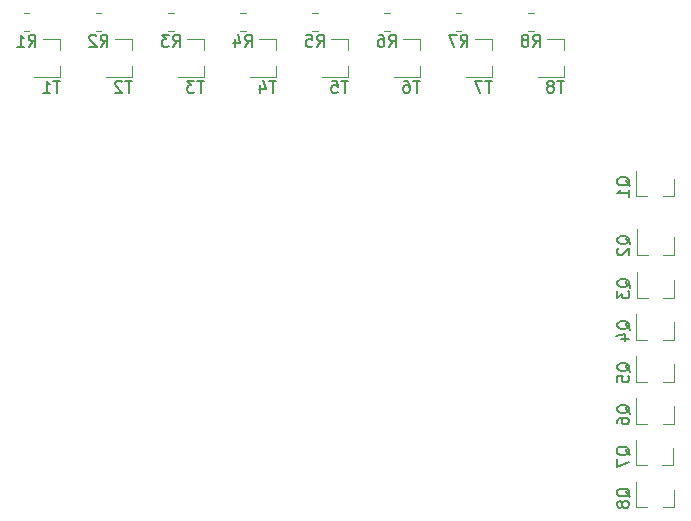
<source format=gbr>
%TF.GenerationSoftware,KiCad,Pcbnew,(5.1.8)-1*%
%TF.CreationDate,2021-12-10T09:09:34+01:00*%
%TF.ProjectId,FirePlaceLedmatrix,46697265-506c-4616-9365-4c65646d6174,rev?*%
%TF.SameCoordinates,Original*%
%TF.FileFunction,Legend,Bot*%
%TF.FilePolarity,Positive*%
%FSLAX46Y46*%
G04 Gerber Fmt 4.6, Leading zero omitted, Abs format (unit mm)*
G04 Created by KiCad (PCBNEW (5.1.8)-1) date 2021-12-10 09:09:34*
%MOMM*%
%LPD*%
G01*
G04 APERTURE LIST*
%ADD10C,0.120000*%
%ADD11C,0.150000*%
G04 APERTURE END LIST*
D10*
%TO.C,Q8*%
X88437600Y-88329800D02*
X88437600Y-86169800D01*
X88437600Y-88329800D02*
X89367600Y-88329800D01*
X91597600Y-88329800D02*
X91597600Y-86869800D01*
X91597600Y-88329800D02*
X90667600Y-88329800D01*
%TO.C,Q7*%
X88412200Y-84799200D02*
X88412200Y-82639200D01*
X88412200Y-84799200D02*
X89342200Y-84799200D01*
X91572200Y-84799200D02*
X91572200Y-83339200D01*
X91572200Y-84799200D02*
X90642200Y-84799200D01*
%TO.C,Q6*%
X88437600Y-81268600D02*
X88437600Y-79108600D01*
X88437600Y-81268600D02*
X89367600Y-81268600D01*
X91597600Y-81268600D02*
X91597600Y-79808600D01*
X91597600Y-81268600D02*
X90667600Y-81268600D01*
%TO.C,Q5*%
X88437600Y-77712600D02*
X88437600Y-75552600D01*
X88437600Y-77712600D02*
X89367600Y-77712600D01*
X91597600Y-77712600D02*
X91597600Y-76252600D01*
X91597600Y-77712600D02*
X90667600Y-77712600D01*
%TO.C,Q4*%
X88437600Y-74156600D02*
X88437600Y-71996600D01*
X88437600Y-74156600D02*
X89367600Y-74156600D01*
X91597600Y-74156600D02*
X91597600Y-72696600D01*
X91597600Y-74156600D02*
X90667600Y-74156600D01*
%TO.C,Q3*%
X88463000Y-70600600D02*
X88463000Y-68440600D01*
X88463000Y-70600600D02*
X89393000Y-70600600D01*
X91623000Y-70600600D02*
X91623000Y-69140600D01*
X91623000Y-70600600D02*
X90693000Y-70600600D01*
%TO.C,Q2*%
X88463000Y-66943000D02*
X88463000Y-64783000D01*
X88463000Y-66943000D02*
X89393000Y-66943000D01*
X91623000Y-66943000D02*
X91623000Y-65483000D01*
X91623000Y-66943000D02*
X90693000Y-66943000D01*
%TO.C,Q1*%
X88437600Y-61990000D02*
X88437600Y-59830000D01*
X88437600Y-61990000D02*
X89367600Y-61990000D01*
X91597600Y-61990000D02*
X91597600Y-60530000D01*
X91597600Y-61990000D02*
X90667600Y-61990000D01*
%TO.C,T8*%
X82310000Y-48712000D02*
X80850000Y-48712000D01*
X82310000Y-51872000D02*
X80150000Y-51872000D01*
X82310000Y-51872000D02*
X82310000Y-50942000D01*
X82310000Y-48712000D02*
X82310000Y-49642000D01*
%TO.C,T7*%
X76214000Y-48712000D02*
X74754000Y-48712000D01*
X76214000Y-51872000D02*
X74054000Y-51872000D01*
X76214000Y-51872000D02*
X76214000Y-50942000D01*
X76214000Y-48712000D02*
X76214000Y-49642000D01*
%TO.C,T6*%
X70118000Y-48712000D02*
X68658000Y-48712000D01*
X70118000Y-51872000D02*
X67958000Y-51872000D01*
X70118000Y-51872000D02*
X70118000Y-50942000D01*
X70118000Y-48712000D02*
X70118000Y-49642000D01*
%TO.C,T5*%
X64022000Y-48712000D02*
X62562000Y-48712000D01*
X64022000Y-51872000D02*
X61862000Y-51872000D01*
X64022000Y-51872000D02*
X64022000Y-50942000D01*
X64022000Y-48712000D02*
X64022000Y-49642000D01*
%TO.C,T4*%
X57926000Y-48712000D02*
X56466000Y-48712000D01*
X57926000Y-51872000D02*
X55766000Y-51872000D01*
X57926000Y-51872000D02*
X57926000Y-50942000D01*
X57926000Y-48712000D02*
X57926000Y-49642000D01*
%TO.C,T3*%
X51830000Y-48712000D02*
X50370000Y-48712000D01*
X51830000Y-51872000D02*
X49670000Y-51872000D01*
X51830000Y-51872000D02*
X51830000Y-50942000D01*
X51830000Y-48712000D02*
X51830000Y-49642000D01*
%TO.C,T2*%
X45734000Y-48712000D02*
X44274000Y-48712000D01*
X45734000Y-51872000D02*
X43574000Y-51872000D01*
X45734000Y-51872000D02*
X45734000Y-50942000D01*
X45734000Y-48712000D02*
X45734000Y-49642000D01*
%TO.C,T1*%
X39638000Y-48712000D02*
X38178000Y-48712000D01*
X39638000Y-51872000D02*
X37478000Y-51872000D01*
X39638000Y-51872000D02*
X39638000Y-50942000D01*
X39638000Y-48712000D02*
X39638000Y-49642000D01*
%TO.C,R8*%
X79290936Y-46509000D02*
X79745064Y-46509000D01*
X79290936Y-47979000D02*
X79745064Y-47979000D01*
%TO.C,R7*%
X73162936Y-46509000D02*
X73617064Y-46509000D01*
X73162936Y-47979000D02*
X73617064Y-47979000D01*
%TO.C,R6*%
X67098936Y-46509000D02*
X67553064Y-46509000D01*
X67098936Y-47979000D02*
X67553064Y-47979000D01*
%TO.C,R5*%
X61002936Y-46509000D02*
X61457064Y-46509000D01*
X61002936Y-47979000D02*
X61457064Y-47979000D01*
%TO.C,R4*%
X54906936Y-46509000D02*
X55361064Y-46509000D01*
X54906936Y-47979000D02*
X55361064Y-47979000D01*
%TO.C,R3*%
X48810936Y-46509000D02*
X49265064Y-46509000D01*
X48810936Y-47979000D02*
X49265064Y-47979000D01*
%TO.C,R2*%
X42682936Y-46509000D02*
X43137064Y-46509000D01*
X42682936Y-47979000D02*
X43137064Y-47979000D01*
%TO.C,R1*%
X36586936Y-46509000D02*
X37041064Y-46509000D01*
X36586936Y-47979000D02*
X37041064Y-47979000D01*
%TO.C,Q8*%
D11*
X87898219Y-87474561D02*
X87850600Y-87379323D01*
X87755361Y-87284085D01*
X87612504Y-87141228D01*
X87564885Y-87045990D01*
X87564885Y-86950752D01*
X87802980Y-86998371D02*
X87755361Y-86903133D01*
X87660123Y-86807895D01*
X87469647Y-86760276D01*
X87136314Y-86760276D01*
X86945838Y-86807895D01*
X86850600Y-86903133D01*
X86802980Y-86998371D01*
X86802980Y-87188847D01*
X86850600Y-87284085D01*
X86945838Y-87379323D01*
X87136314Y-87426942D01*
X87469647Y-87426942D01*
X87660123Y-87379323D01*
X87755361Y-87284085D01*
X87802980Y-87188847D01*
X87802980Y-86998371D01*
X87231552Y-87998371D02*
X87183933Y-87903133D01*
X87136314Y-87855514D01*
X87041076Y-87807895D01*
X86993457Y-87807895D01*
X86898219Y-87855514D01*
X86850600Y-87903133D01*
X86802980Y-87998371D01*
X86802980Y-88188847D01*
X86850600Y-88284085D01*
X86898219Y-88331704D01*
X86993457Y-88379323D01*
X87041076Y-88379323D01*
X87136314Y-88331704D01*
X87183933Y-88284085D01*
X87231552Y-88188847D01*
X87231552Y-87998371D01*
X87279171Y-87903133D01*
X87326790Y-87855514D01*
X87422028Y-87807895D01*
X87612504Y-87807895D01*
X87707742Y-87855514D01*
X87755361Y-87903133D01*
X87802980Y-87998371D01*
X87802980Y-88188847D01*
X87755361Y-88284085D01*
X87707742Y-88331704D01*
X87612504Y-88379323D01*
X87422028Y-88379323D01*
X87326790Y-88331704D01*
X87279171Y-88284085D01*
X87231552Y-88188847D01*
%TO.C,Q7*%
X87872819Y-83943961D02*
X87825200Y-83848723D01*
X87729961Y-83753485D01*
X87587104Y-83610628D01*
X87539485Y-83515390D01*
X87539485Y-83420152D01*
X87777580Y-83467771D02*
X87729961Y-83372533D01*
X87634723Y-83277295D01*
X87444247Y-83229676D01*
X87110914Y-83229676D01*
X86920438Y-83277295D01*
X86825200Y-83372533D01*
X86777580Y-83467771D01*
X86777580Y-83658247D01*
X86825200Y-83753485D01*
X86920438Y-83848723D01*
X87110914Y-83896342D01*
X87444247Y-83896342D01*
X87634723Y-83848723D01*
X87729961Y-83753485D01*
X87777580Y-83658247D01*
X87777580Y-83467771D01*
X86777580Y-84229676D02*
X86777580Y-84896342D01*
X87777580Y-84467771D01*
%TO.C,Q6*%
X87898219Y-80413361D02*
X87850600Y-80318123D01*
X87755361Y-80222885D01*
X87612504Y-80080028D01*
X87564885Y-79984790D01*
X87564885Y-79889552D01*
X87802980Y-79937171D02*
X87755361Y-79841933D01*
X87660123Y-79746695D01*
X87469647Y-79699076D01*
X87136314Y-79699076D01*
X86945838Y-79746695D01*
X86850600Y-79841933D01*
X86802980Y-79937171D01*
X86802980Y-80127647D01*
X86850600Y-80222885D01*
X86945838Y-80318123D01*
X87136314Y-80365742D01*
X87469647Y-80365742D01*
X87660123Y-80318123D01*
X87755361Y-80222885D01*
X87802980Y-80127647D01*
X87802980Y-79937171D01*
X86802980Y-81222885D02*
X86802980Y-81032409D01*
X86850600Y-80937171D01*
X86898219Y-80889552D01*
X87041076Y-80794314D01*
X87231552Y-80746695D01*
X87612504Y-80746695D01*
X87707742Y-80794314D01*
X87755361Y-80841933D01*
X87802980Y-80937171D01*
X87802980Y-81127647D01*
X87755361Y-81222885D01*
X87707742Y-81270504D01*
X87612504Y-81318123D01*
X87374409Y-81318123D01*
X87279171Y-81270504D01*
X87231552Y-81222885D01*
X87183933Y-81127647D01*
X87183933Y-80937171D01*
X87231552Y-80841933D01*
X87279171Y-80794314D01*
X87374409Y-80746695D01*
%TO.C,Q5*%
X87898219Y-76857361D02*
X87850600Y-76762123D01*
X87755361Y-76666885D01*
X87612504Y-76524028D01*
X87564885Y-76428790D01*
X87564885Y-76333552D01*
X87802980Y-76381171D02*
X87755361Y-76285933D01*
X87660123Y-76190695D01*
X87469647Y-76143076D01*
X87136314Y-76143076D01*
X86945838Y-76190695D01*
X86850600Y-76285933D01*
X86802980Y-76381171D01*
X86802980Y-76571647D01*
X86850600Y-76666885D01*
X86945838Y-76762123D01*
X87136314Y-76809742D01*
X87469647Y-76809742D01*
X87660123Y-76762123D01*
X87755361Y-76666885D01*
X87802980Y-76571647D01*
X87802980Y-76381171D01*
X86802980Y-77714504D02*
X86802980Y-77238314D01*
X87279171Y-77190695D01*
X87231552Y-77238314D01*
X87183933Y-77333552D01*
X87183933Y-77571647D01*
X87231552Y-77666885D01*
X87279171Y-77714504D01*
X87374409Y-77762123D01*
X87612504Y-77762123D01*
X87707742Y-77714504D01*
X87755361Y-77666885D01*
X87802980Y-77571647D01*
X87802980Y-77333552D01*
X87755361Y-77238314D01*
X87707742Y-77190695D01*
%TO.C,Q4*%
X87898219Y-73301361D02*
X87850600Y-73206123D01*
X87755361Y-73110885D01*
X87612504Y-72968028D01*
X87564885Y-72872790D01*
X87564885Y-72777552D01*
X87802980Y-72825171D02*
X87755361Y-72729933D01*
X87660123Y-72634695D01*
X87469647Y-72587076D01*
X87136314Y-72587076D01*
X86945838Y-72634695D01*
X86850600Y-72729933D01*
X86802980Y-72825171D01*
X86802980Y-73015647D01*
X86850600Y-73110885D01*
X86945838Y-73206123D01*
X87136314Y-73253742D01*
X87469647Y-73253742D01*
X87660123Y-73206123D01*
X87755361Y-73110885D01*
X87802980Y-73015647D01*
X87802980Y-72825171D01*
X87136314Y-74110885D02*
X87802980Y-74110885D01*
X86755361Y-73872790D02*
X87469647Y-73634695D01*
X87469647Y-74253742D01*
%TO.C,Q3*%
X87923619Y-69745361D02*
X87876000Y-69650123D01*
X87780761Y-69554885D01*
X87637904Y-69412028D01*
X87590285Y-69316790D01*
X87590285Y-69221552D01*
X87828380Y-69269171D02*
X87780761Y-69173933D01*
X87685523Y-69078695D01*
X87495047Y-69031076D01*
X87161714Y-69031076D01*
X86971238Y-69078695D01*
X86876000Y-69173933D01*
X86828380Y-69269171D01*
X86828380Y-69459647D01*
X86876000Y-69554885D01*
X86971238Y-69650123D01*
X87161714Y-69697742D01*
X87495047Y-69697742D01*
X87685523Y-69650123D01*
X87780761Y-69554885D01*
X87828380Y-69459647D01*
X87828380Y-69269171D01*
X86828380Y-70031076D02*
X86828380Y-70650123D01*
X87209333Y-70316790D01*
X87209333Y-70459647D01*
X87256952Y-70554885D01*
X87304571Y-70602504D01*
X87399809Y-70650123D01*
X87637904Y-70650123D01*
X87733142Y-70602504D01*
X87780761Y-70554885D01*
X87828380Y-70459647D01*
X87828380Y-70173933D01*
X87780761Y-70078695D01*
X87733142Y-70031076D01*
%TO.C,Q2*%
X87923619Y-66087761D02*
X87876000Y-65992523D01*
X87780761Y-65897285D01*
X87637904Y-65754428D01*
X87590285Y-65659190D01*
X87590285Y-65563952D01*
X87828380Y-65611571D02*
X87780761Y-65516333D01*
X87685523Y-65421095D01*
X87495047Y-65373476D01*
X87161714Y-65373476D01*
X86971238Y-65421095D01*
X86876000Y-65516333D01*
X86828380Y-65611571D01*
X86828380Y-65802047D01*
X86876000Y-65897285D01*
X86971238Y-65992523D01*
X87161714Y-66040142D01*
X87495047Y-66040142D01*
X87685523Y-65992523D01*
X87780761Y-65897285D01*
X87828380Y-65802047D01*
X87828380Y-65611571D01*
X86923619Y-66421095D02*
X86876000Y-66468714D01*
X86828380Y-66563952D01*
X86828380Y-66802047D01*
X86876000Y-66897285D01*
X86923619Y-66944904D01*
X87018857Y-66992523D01*
X87114095Y-66992523D01*
X87256952Y-66944904D01*
X87828380Y-66373476D01*
X87828380Y-66992523D01*
%TO.C,Q1*%
X87898219Y-61134761D02*
X87850600Y-61039523D01*
X87755361Y-60944285D01*
X87612504Y-60801428D01*
X87564885Y-60706190D01*
X87564885Y-60610952D01*
X87802980Y-60658571D02*
X87755361Y-60563333D01*
X87660123Y-60468095D01*
X87469647Y-60420476D01*
X87136314Y-60420476D01*
X86945838Y-60468095D01*
X86850600Y-60563333D01*
X86802980Y-60658571D01*
X86802980Y-60849047D01*
X86850600Y-60944285D01*
X86945838Y-61039523D01*
X87136314Y-61087142D01*
X87469647Y-61087142D01*
X87660123Y-61039523D01*
X87755361Y-60944285D01*
X87802980Y-60849047D01*
X87802980Y-60658571D01*
X87802980Y-62039523D02*
X87802980Y-61468095D01*
X87802980Y-61753809D02*
X86802980Y-61753809D01*
X86945838Y-61658571D01*
X87041076Y-61563333D01*
X87088695Y-61468095D01*
%TO.C,T8*%
X82311904Y-52244380D02*
X81740476Y-52244380D01*
X82026190Y-53244380D02*
X82026190Y-52244380D01*
X81264285Y-52672952D02*
X81359523Y-52625333D01*
X81407142Y-52577714D01*
X81454761Y-52482476D01*
X81454761Y-52434857D01*
X81407142Y-52339619D01*
X81359523Y-52292000D01*
X81264285Y-52244380D01*
X81073809Y-52244380D01*
X80978571Y-52292000D01*
X80930952Y-52339619D01*
X80883333Y-52434857D01*
X80883333Y-52482476D01*
X80930952Y-52577714D01*
X80978571Y-52625333D01*
X81073809Y-52672952D01*
X81264285Y-52672952D01*
X81359523Y-52720571D01*
X81407142Y-52768190D01*
X81454761Y-52863428D01*
X81454761Y-53053904D01*
X81407142Y-53149142D01*
X81359523Y-53196761D01*
X81264285Y-53244380D01*
X81073809Y-53244380D01*
X80978571Y-53196761D01*
X80930952Y-53149142D01*
X80883333Y-53053904D01*
X80883333Y-52863428D01*
X80930952Y-52768190D01*
X80978571Y-52720571D01*
X81073809Y-52672952D01*
%TO.C,T7*%
X76215904Y-52244380D02*
X75644476Y-52244380D01*
X75930190Y-53244380D02*
X75930190Y-52244380D01*
X75406380Y-52244380D02*
X74739714Y-52244380D01*
X75168285Y-53244380D01*
%TO.C,T6*%
X70119904Y-52244380D02*
X69548476Y-52244380D01*
X69834190Y-53244380D02*
X69834190Y-52244380D01*
X68786571Y-52244380D02*
X68977047Y-52244380D01*
X69072285Y-52292000D01*
X69119904Y-52339619D01*
X69215142Y-52482476D01*
X69262761Y-52672952D01*
X69262761Y-53053904D01*
X69215142Y-53149142D01*
X69167523Y-53196761D01*
X69072285Y-53244380D01*
X68881809Y-53244380D01*
X68786571Y-53196761D01*
X68738952Y-53149142D01*
X68691333Y-53053904D01*
X68691333Y-52815809D01*
X68738952Y-52720571D01*
X68786571Y-52672952D01*
X68881809Y-52625333D01*
X69072285Y-52625333D01*
X69167523Y-52672952D01*
X69215142Y-52720571D01*
X69262761Y-52815809D01*
%TO.C,T5*%
X64023904Y-52244380D02*
X63452476Y-52244380D01*
X63738190Y-53244380D02*
X63738190Y-52244380D01*
X62642952Y-52244380D02*
X63119142Y-52244380D01*
X63166761Y-52720571D01*
X63119142Y-52672952D01*
X63023904Y-52625333D01*
X62785809Y-52625333D01*
X62690571Y-52672952D01*
X62642952Y-52720571D01*
X62595333Y-52815809D01*
X62595333Y-53053904D01*
X62642952Y-53149142D01*
X62690571Y-53196761D01*
X62785809Y-53244380D01*
X63023904Y-53244380D01*
X63119142Y-53196761D01*
X63166761Y-53149142D01*
%TO.C,T4*%
X57927904Y-52244380D02*
X57356476Y-52244380D01*
X57642190Y-53244380D02*
X57642190Y-52244380D01*
X56594571Y-52577714D02*
X56594571Y-53244380D01*
X56832666Y-52196761D02*
X57070761Y-52911047D01*
X56451714Y-52911047D01*
%TO.C,T3*%
X51831904Y-52244380D02*
X51260476Y-52244380D01*
X51546190Y-53244380D02*
X51546190Y-52244380D01*
X51022380Y-52244380D02*
X50403333Y-52244380D01*
X50736666Y-52625333D01*
X50593809Y-52625333D01*
X50498571Y-52672952D01*
X50450952Y-52720571D01*
X50403333Y-52815809D01*
X50403333Y-53053904D01*
X50450952Y-53149142D01*
X50498571Y-53196761D01*
X50593809Y-53244380D01*
X50879523Y-53244380D01*
X50974761Y-53196761D01*
X51022380Y-53149142D01*
%TO.C,T2*%
X45735904Y-52244380D02*
X45164476Y-52244380D01*
X45450190Y-53244380D02*
X45450190Y-52244380D01*
X44878761Y-52339619D02*
X44831142Y-52292000D01*
X44735904Y-52244380D01*
X44497809Y-52244380D01*
X44402571Y-52292000D01*
X44354952Y-52339619D01*
X44307333Y-52434857D01*
X44307333Y-52530095D01*
X44354952Y-52672952D01*
X44926380Y-53244380D01*
X44307333Y-53244380D01*
%TO.C,T1*%
X39639904Y-52244380D02*
X39068476Y-52244380D01*
X39354190Y-53244380D02*
X39354190Y-52244380D01*
X38211333Y-53244380D02*
X38782761Y-53244380D01*
X38497047Y-53244380D02*
X38497047Y-52244380D01*
X38592285Y-52387238D01*
X38687523Y-52482476D01*
X38782761Y-52530095D01*
%TO.C,R8*%
X79684666Y-49346380D02*
X80018000Y-48870190D01*
X80256095Y-49346380D02*
X80256095Y-48346380D01*
X79875142Y-48346380D01*
X79779904Y-48394000D01*
X79732285Y-48441619D01*
X79684666Y-48536857D01*
X79684666Y-48679714D01*
X79732285Y-48774952D01*
X79779904Y-48822571D01*
X79875142Y-48870190D01*
X80256095Y-48870190D01*
X79113238Y-48774952D02*
X79208476Y-48727333D01*
X79256095Y-48679714D01*
X79303714Y-48584476D01*
X79303714Y-48536857D01*
X79256095Y-48441619D01*
X79208476Y-48394000D01*
X79113238Y-48346380D01*
X78922761Y-48346380D01*
X78827523Y-48394000D01*
X78779904Y-48441619D01*
X78732285Y-48536857D01*
X78732285Y-48584476D01*
X78779904Y-48679714D01*
X78827523Y-48727333D01*
X78922761Y-48774952D01*
X79113238Y-48774952D01*
X79208476Y-48822571D01*
X79256095Y-48870190D01*
X79303714Y-48965428D01*
X79303714Y-49155904D01*
X79256095Y-49251142D01*
X79208476Y-49298761D01*
X79113238Y-49346380D01*
X78922761Y-49346380D01*
X78827523Y-49298761D01*
X78779904Y-49251142D01*
X78732285Y-49155904D01*
X78732285Y-48965428D01*
X78779904Y-48870190D01*
X78827523Y-48822571D01*
X78922761Y-48774952D01*
%TO.C,R7*%
X73556666Y-49346380D02*
X73890000Y-48870190D01*
X74128095Y-49346380D02*
X74128095Y-48346380D01*
X73747142Y-48346380D01*
X73651904Y-48394000D01*
X73604285Y-48441619D01*
X73556666Y-48536857D01*
X73556666Y-48679714D01*
X73604285Y-48774952D01*
X73651904Y-48822571D01*
X73747142Y-48870190D01*
X74128095Y-48870190D01*
X73223333Y-48346380D02*
X72556666Y-48346380D01*
X72985238Y-49346380D01*
%TO.C,R6*%
X67492666Y-49346380D02*
X67826000Y-48870190D01*
X68064095Y-49346380D02*
X68064095Y-48346380D01*
X67683142Y-48346380D01*
X67587904Y-48394000D01*
X67540285Y-48441619D01*
X67492666Y-48536857D01*
X67492666Y-48679714D01*
X67540285Y-48774952D01*
X67587904Y-48822571D01*
X67683142Y-48870190D01*
X68064095Y-48870190D01*
X66635523Y-48346380D02*
X66826000Y-48346380D01*
X66921238Y-48394000D01*
X66968857Y-48441619D01*
X67064095Y-48584476D01*
X67111714Y-48774952D01*
X67111714Y-49155904D01*
X67064095Y-49251142D01*
X67016476Y-49298761D01*
X66921238Y-49346380D01*
X66730761Y-49346380D01*
X66635523Y-49298761D01*
X66587904Y-49251142D01*
X66540285Y-49155904D01*
X66540285Y-48917809D01*
X66587904Y-48822571D01*
X66635523Y-48774952D01*
X66730761Y-48727333D01*
X66921238Y-48727333D01*
X67016476Y-48774952D01*
X67064095Y-48822571D01*
X67111714Y-48917809D01*
%TO.C,R5*%
X61396666Y-49346380D02*
X61730000Y-48870190D01*
X61968095Y-49346380D02*
X61968095Y-48346380D01*
X61587142Y-48346380D01*
X61491904Y-48394000D01*
X61444285Y-48441619D01*
X61396666Y-48536857D01*
X61396666Y-48679714D01*
X61444285Y-48774952D01*
X61491904Y-48822571D01*
X61587142Y-48870190D01*
X61968095Y-48870190D01*
X60491904Y-48346380D02*
X60968095Y-48346380D01*
X61015714Y-48822571D01*
X60968095Y-48774952D01*
X60872857Y-48727333D01*
X60634761Y-48727333D01*
X60539523Y-48774952D01*
X60491904Y-48822571D01*
X60444285Y-48917809D01*
X60444285Y-49155904D01*
X60491904Y-49251142D01*
X60539523Y-49298761D01*
X60634761Y-49346380D01*
X60872857Y-49346380D01*
X60968095Y-49298761D01*
X61015714Y-49251142D01*
%TO.C,R4*%
X55300666Y-49346380D02*
X55634000Y-48870190D01*
X55872095Y-49346380D02*
X55872095Y-48346380D01*
X55491142Y-48346380D01*
X55395904Y-48394000D01*
X55348285Y-48441619D01*
X55300666Y-48536857D01*
X55300666Y-48679714D01*
X55348285Y-48774952D01*
X55395904Y-48822571D01*
X55491142Y-48870190D01*
X55872095Y-48870190D01*
X54443523Y-48679714D02*
X54443523Y-49346380D01*
X54681619Y-48298761D02*
X54919714Y-49013047D01*
X54300666Y-49013047D01*
%TO.C,R3*%
X49204666Y-49346380D02*
X49538000Y-48870190D01*
X49776095Y-49346380D02*
X49776095Y-48346380D01*
X49395142Y-48346380D01*
X49299904Y-48394000D01*
X49252285Y-48441619D01*
X49204666Y-48536857D01*
X49204666Y-48679714D01*
X49252285Y-48774952D01*
X49299904Y-48822571D01*
X49395142Y-48870190D01*
X49776095Y-48870190D01*
X48871333Y-48346380D02*
X48252285Y-48346380D01*
X48585619Y-48727333D01*
X48442761Y-48727333D01*
X48347523Y-48774952D01*
X48299904Y-48822571D01*
X48252285Y-48917809D01*
X48252285Y-49155904D01*
X48299904Y-49251142D01*
X48347523Y-49298761D01*
X48442761Y-49346380D01*
X48728476Y-49346380D01*
X48823714Y-49298761D01*
X48871333Y-49251142D01*
%TO.C,R2*%
X43076666Y-49346380D02*
X43410000Y-48870190D01*
X43648095Y-49346380D02*
X43648095Y-48346380D01*
X43267142Y-48346380D01*
X43171904Y-48394000D01*
X43124285Y-48441619D01*
X43076666Y-48536857D01*
X43076666Y-48679714D01*
X43124285Y-48774952D01*
X43171904Y-48822571D01*
X43267142Y-48870190D01*
X43648095Y-48870190D01*
X42695714Y-48441619D02*
X42648095Y-48394000D01*
X42552857Y-48346380D01*
X42314761Y-48346380D01*
X42219523Y-48394000D01*
X42171904Y-48441619D01*
X42124285Y-48536857D01*
X42124285Y-48632095D01*
X42171904Y-48774952D01*
X42743333Y-49346380D01*
X42124285Y-49346380D01*
%TO.C,R1*%
X36980666Y-49346380D02*
X37314000Y-48870190D01*
X37552095Y-49346380D02*
X37552095Y-48346380D01*
X37171142Y-48346380D01*
X37075904Y-48394000D01*
X37028285Y-48441619D01*
X36980666Y-48536857D01*
X36980666Y-48679714D01*
X37028285Y-48774952D01*
X37075904Y-48822571D01*
X37171142Y-48870190D01*
X37552095Y-48870190D01*
X36028285Y-49346380D02*
X36599714Y-49346380D01*
X36314000Y-49346380D02*
X36314000Y-48346380D01*
X36409238Y-48489238D01*
X36504476Y-48584476D01*
X36599714Y-48632095D01*
%TD*%
M02*

</source>
